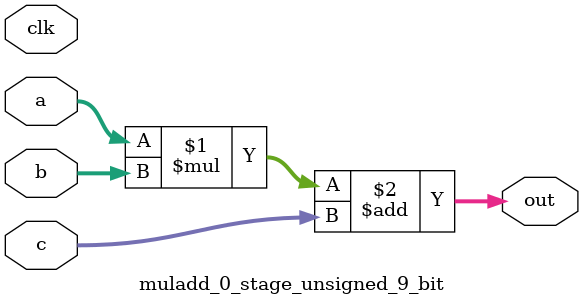
<source format=sv>
(* use_dsp = "yes" *) module muladd_0_stage_unsigned_9_bit(
	input  [8:0] a,
	input  [8:0] b,
	input  [8:0] c,
	output [8:0] out,
	input clk);

	assign out = (a * b) + c;
endmodule

</source>
